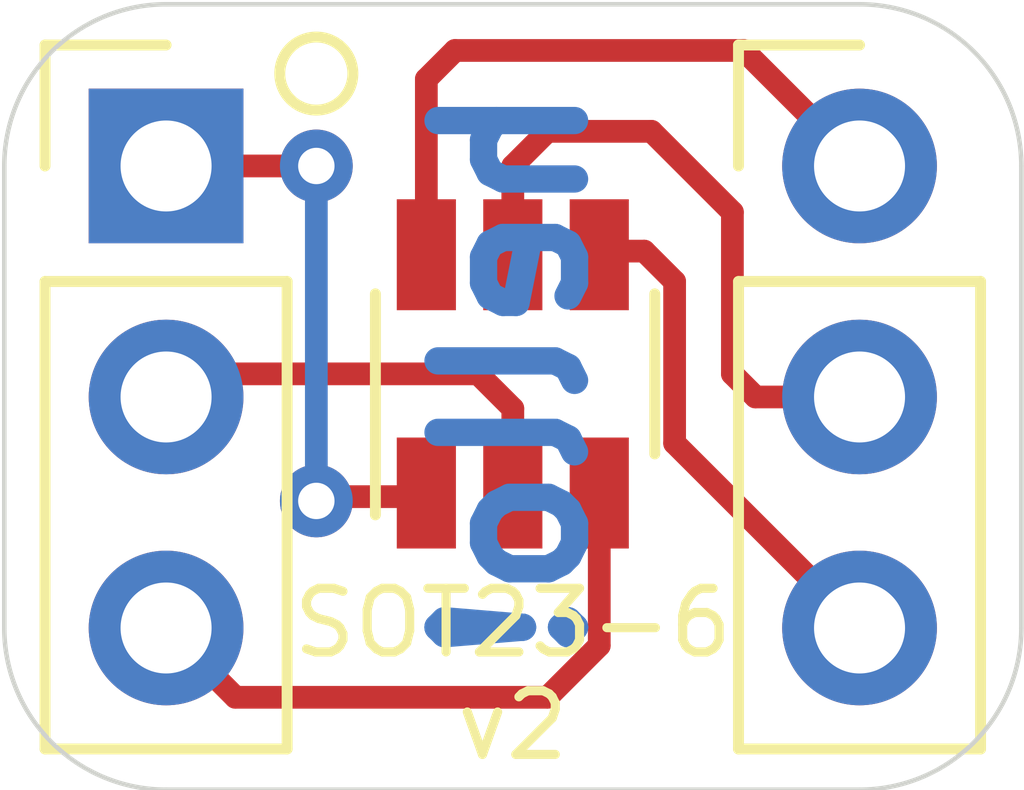
<source format=kicad_pcb>
(kicad_pcb (version 20171130) (host pcbnew 5.1.8)

  (general
    (thickness 1.6)
    (drawings 11)
    (tracks 29)
    (zones 0)
    (modules 3)
    (nets 1)
  )

  (page A4)
  (layers
    (0 F.Cu signal)
    (31 B.Cu signal)
    (32 B.Adhes user)
    (33 F.Adhes user)
    (34 B.Paste user)
    (35 F.Paste user)
    (36 B.SilkS user)
    (37 F.SilkS user)
    (38 B.Mask user)
    (39 F.Mask user)
    (40 Dwgs.User user)
    (41 Cmts.User user)
    (42 Eco1.User user)
    (43 Eco2.User user)
    (44 Edge.Cuts user)
    (45 Margin user)
    (46 B.CrtYd user)
    (47 F.CrtYd user)
    (48 B.Fab user)
    (49 F.Fab user hide)
  )

  (setup
    (last_trace_width 0.25)
    (trace_clearance 0.2)
    (zone_clearance 0.508)
    (zone_45_only no)
    (trace_min 0.2)
    (via_size 0.8)
    (via_drill 0.4)
    (via_min_size 0.4)
    (via_min_drill 0.3)
    (uvia_size 0.3)
    (uvia_drill 0.1)
    (uvias_allowed no)
    (uvia_min_size 0.2)
    (uvia_min_drill 0.1)
    (edge_width 0.05)
    (segment_width 0.2)
    (pcb_text_width 0.3)
    (pcb_text_size 1.5 1.5)
    (mod_edge_width 0.12)
    (mod_text_size 1 1)
    (mod_text_width 0.15)
    (pad_size 1.7 1.7)
    (pad_drill 1)
    (pad_to_mask_clearance 0.05)
    (aux_axis_origin 0 0)
    (visible_elements FFFFFF7F)
    (pcbplotparams
      (layerselection 0x010fc_ffffffff)
      (usegerberextensions false)
      (usegerberattributes true)
      (usegerberadvancedattributes true)
      (creategerberjobfile true)
      (excludeedgelayer true)
      (linewidth 0.150000)
      (plotframeref false)
      (viasonmask false)
      (mode 1)
      (useauxorigin false)
      (hpglpennumber 1)
      (hpglpenspeed 20)
      (hpglpendiameter 15.000000)
      (psnegative false)
      (psa4output false)
      (plotreference true)
      (plotvalue true)
      (plotinvisibletext false)
      (padsonsilk false)
      (subtractmaskfromsilk false)
      (outputformat 1)
      (mirror false)
      (drillshape 1)
      (scaleselection 1)
      (outputdirectory ""))
  )

  (net 0 "")

  (net_class Default "This is the default net class."
    (clearance 0.2)
    (trace_width 0.25)
    (via_dia 0.8)
    (via_drill 0.4)
    (uvia_dia 0.3)
    (uvia_drill 0.1)
  )

  (module Package_TO_SOT_SMD:TSOT-23-6 (layer F.Cu) (tedit 5A02FF57) (tstamp 5FF68A7F)
    (at 183.134 85.09 90)
    (descr "6-pin TSOT23 package, http://cds.linear.com/docs/en/packaging/SOT_6_05-08-1636.pdf")
    (tags "TSOT-23-6 MK06A TSOT-6")
    (attr smd)
    (fp_text reference REF** (at 0 -2.45 90) (layer F.SilkS) hide
      (effects (font (size 1 1) (thickness 0.15)))
    )
    (fp_text value TSOT-23-6 (at 0 2.5 90) (layer F.Fab)
      (effects (font (size 1 1) (thickness 0.15)))
    )
    (fp_text user %R (at 0 0) (layer F.Fab)
      (effects (font (size 0.5 0.5) (thickness 0.075)))
    )
    (fp_line (start -0.88 1.56) (end 0.88 1.56) (layer F.SilkS) (width 0.12))
    (fp_line (start 0.88 -1.51) (end -1.55 -1.51) (layer F.SilkS) (width 0.12))
    (fp_line (start -0.88 -1) (end -0.43 -1.45) (layer F.Fab) (width 0.1))
    (fp_line (start 0.88 -1.45) (end -0.43 -1.45) (layer F.Fab) (width 0.1))
    (fp_line (start -0.88 -1) (end -0.88 1.45) (layer F.Fab) (width 0.1))
    (fp_line (start 0.88 1.45) (end -0.88 1.45) (layer F.Fab) (width 0.1))
    (fp_line (start 0.88 -1.45) (end 0.88 1.45) (layer F.Fab) (width 0.1))
    (fp_line (start -2.17 -1.7) (end 2.17 -1.7) (layer F.CrtYd) (width 0.05))
    (fp_line (start -2.17 -1.7) (end -2.17 1.7) (layer F.CrtYd) (width 0.05))
    (fp_line (start 2.17 1.7) (end 2.17 -1.7) (layer F.CrtYd) (width 0.05))
    (fp_line (start 2.17 1.7) (end -2.17 1.7) (layer F.CrtYd) (width 0.05))
    (pad 6 smd rect (at 1.31 -0.95 90) (size 1.22 0.65) (layers F.Cu F.Paste F.Mask))
    (pad 5 smd rect (at 1.31 0 90) (size 1.22 0.65) (layers F.Cu F.Paste F.Mask))
    (pad 4 smd rect (at 1.31 0.95 90) (size 1.22 0.65) (layers F.Cu F.Paste F.Mask))
    (pad 3 smd rect (at -1.31 0.95 90) (size 1.22 0.65) (layers F.Cu F.Paste F.Mask))
    (pad 2 smd rect (at -1.31 0 90) (size 1.22 0.65) (layers F.Cu F.Paste F.Mask))
    (pad 1 smd rect (at -1.31 -0.95 90) (size 1.22 0.65) (layers F.Cu F.Paste F.Mask))
    (model ${KISYS3DMOD}/Package_TO_SOT_SMD.3dshapes/TSOT-23-6.wrl
      (at (xyz 0 0 0))
      (scale (xyz 1 1 1))
      (rotate (xyz 0 0 0))
    )
  )

  (module Connector_PinHeader_2.54mm:PinHeader_1x03_P2.54mm_Vertical (layer F.Cu) (tedit 59FED5CC) (tstamp 5FA1C40A)
    (at 179.324 82.804)
    (descr "Through hole straight pin header, 1x03, 2.54mm pitch, single row")
    (tags "Through hole pin header THT 1x03 2.54mm single row")
    (fp_text reference REF** (at 0 -2.33) (layer F.SilkS) hide
      (effects (font (size 1 1) (thickness 0.15)))
    )
    (fp_text value PinHeader_1x03_P2.54mm_Vertical (at 0 7.41) (layer F.Fab)
      (effects (font (size 1 1) (thickness 0.15)))
    )
    (fp_line (start 1.8 -1.8) (end -1.8 -1.8) (layer F.CrtYd) (width 0.05))
    (fp_line (start 1.8 6.85) (end 1.8 -1.8) (layer F.CrtYd) (width 0.05))
    (fp_line (start -1.8 6.85) (end 1.8 6.85) (layer F.CrtYd) (width 0.05))
    (fp_line (start -1.8 -1.8) (end -1.8 6.85) (layer F.CrtYd) (width 0.05))
    (fp_line (start -1.33 -1.33) (end 0 -1.33) (layer F.SilkS) (width 0.12))
    (fp_line (start -1.33 0) (end -1.33 -1.33) (layer F.SilkS) (width 0.12))
    (fp_line (start -1.33 1.27) (end 1.33 1.27) (layer F.SilkS) (width 0.12))
    (fp_line (start 1.33 1.27) (end 1.33 6.41) (layer F.SilkS) (width 0.12))
    (fp_line (start -1.33 1.27) (end -1.33 6.41) (layer F.SilkS) (width 0.12))
    (fp_line (start -1.33 6.41) (end 1.33 6.41) (layer F.SilkS) (width 0.12))
    (fp_line (start -1.27 -0.635) (end -0.635 -1.27) (layer F.Fab) (width 0.1))
    (fp_line (start -1.27 6.35) (end -1.27 -0.635) (layer F.Fab) (width 0.1))
    (fp_line (start 1.27 6.35) (end -1.27 6.35) (layer F.Fab) (width 0.1))
    (fp_line (start 1.27 -1.27) (end 1.27 6.35) (layer F.Fab) (width 0.1))
    (fp_line (start -0.635 -1.27) (end 1.27 -1.27) (layer F.Fab) (width 0.1))
    (fp_text user %R (at 0 2.54 90) (layer F.Fab)
      (effects (font (size 1 1) (thickness 0.15)))
    )
    (pad 3 thru_hole oval (at 0 5.08) (size 1.7 1.7) (drill 1) (layers *.Cu *.Mask))
    (pad 2 thru_hole oval (at 0 2.54) (size 1.7 1.7) (drill 1) (layers *.Cu *.Mask))
    (pad 1 thru_hole rect (at 0 0) (size 1.7 1.7) (drill 1) (layers *.Cu *.Mask))
    (model ${KISYS3DMOD}/Connector_PinHeader_2.54mm.3dshapes/PinHeader_1x03_P2.54mm_Vertical.wrl
      (at (xyz 0 0 0))
      (scale (xyz 1 1 1))
      (rotate (xyz 0 0 0))
    )
  )

  (module Connector_PinHeader_2.54mm:PinHeader_1x03_P2.54mm_Vertical (layer F.Cu) (tedit 5FA14FFA) (tstamp 5FA1C3C7)
    (at 186.944 82.804)
    (descr "Through hole straight pin header, 1x03, 2.54mm pitch, single row")
    (tags "Through hole pin header THT 1x03 2.54mm single row")
    (fp_text reference REF** (at 0 -2.33) (layer F.SilkS) hide
      (effects (font (size 1 1) (thickness 0.15)))
    )
    (fp_text value PinHeader_1x03_P2.54mm_Vertical (at 0 7.41) (layer F.Fab)
      (effects (font (size 1 1) (thickness 0.15)))
    )
    (fp_line (start 1.8 -1.8) (end -1.8 -1.8) (layer F.CrtYd) (width 0.05))
    (fp_line (start 1.8 6.85) (end 1.8 -1.8) (layer F.CrtYd) (width 0.05))
    (fp_line (start -1.8 6.85) (end 1.8 6.85) (layer F.CrtYd) (width 0.05))
    (fp_line (start -1.8 -1.8) (end -1.8 6.85) (layer F.CrtYd) (width 0.05))
    (fp_line (start -1.33 -1.33) (end 0 -1.33) (layer F.SilkS) (width 0.12))
    (fp_line (start -1.33 0) (end -1.33 -1.33) (layer F.SilkS) (width 0.12))
    (fp_line (start -1.33 1.27) (end 1.33 1.27) (layer F.SilkS) (width 0.12))
    (fp_line (start 1.33 1.27) (end 1.33 6.41) (layer F.SilkS) (width 0.12))
    (fp_line (start -1.33 1.27) (end -1.33 6.41) (layer F.SilkS) (width 0.12))
    (fp_line (start -1.33 6.41) (end 1.33 6.41) (layer F.SilkS) (width 0.12))
    (fp_line (start -1.27 -0.635) (end -0.635 -1.27) (layer F.Fab) (width 0.1))
    (fp_line (start -1.27 6.35) (end -1.27 -0.635) (layer F.Fab) (width 0.1))
    (fp_line (start 1.27 6.35) (end -1.27 6.35) (layer F.Fab) (width 0.1))
    (fp_line (start 1.27 -1.27) (end 1.27 6.35) (layer F.Fab) (width 0.1))
    (fp_line (start -0.635 -1.27) (end 1.27 -1.27) (layer F.Fab) (width 0.1))
    (fp_text user %R (at 0 2.54 90) (layer F.Fab)
      (effects (font (size 1 1) (thickness 0.15)))
    )
    (pad 4 thru_hole oval (at 0 5.08) (size 1.7 1.7) (drill 1) (layers *.Cu *.Mask))
    (pad 5 thru_hole oval (at 0 2.54) (size 1.7 1.7) (drill 1) (layers *.Cu *.Mask))
    (pad 6 thru_hole circle (at 0 0) (size 1.7 1.7) (drill 1) (layers *.Cu *.Mask))
    (model ${KISYS3DMOD}/Connector_PinHeader_2.54mm.3dshapes/PinHeader_1x03_P2.54mm_Vertical.wrl
      (at (xyz 0 0 0))
      (scale (xyz 1 1 1))
      (rotate (xyz 0 0 0))
    )
  )

  (gr_text hello! (at 183.134 85.09 90) (layer B.Cu)
    (effects (font (size 1.5 1.5) (thickness 0.3)) (justify mirror))
  )
  (gr_text "SOT23-6\nv2" (at 183.134 88.392) (layer F.SilkS)
    (effects (font (size 0.7 0.7) (thickness 0.1)))
  )
  (gr_line (start 179.324 89.662) (end 186.944 89.662) (layer Edge.Cuts) (width 0.05) (tstamp 5FA1C56D))
  (gr_line (start 177.546 82.804) (end 177.546 87.884) (layer Edge.Cuts) (width 0.05) (tstamp 5FA1C56C))
  (gr_line (start 186.944 81.026) (end 179.324 81.026) (layer Edge.Cuts) (width 0.05) (tstamp 5FA1C56B))
  (gr_line (start 188.722 87.884) (end 188.722 82.804) (layer Edge.Cuts) (width 0.05) (tstamp 5FA1C56A))
  (gr_arc (start 186.944 87.884) (end 186.944 89.662) (angle -90) (layer Edge.Cuts) (width 0.05) (tstamp 5FA1C567))
  (gr_arc (start 179.324 87.884) (end 177.546 87.884) (angle -90) (layer Edge.Cuts) (width 0.05) (tstamp 5FA1C560))
  (gr_arc (start 179.324 82.804) (end 179.324 81.026) (angle -90) (layer Edge.Cuts) (width 0.05) (tstamp 5FA1C55D))
  (gr_arc (start 186.944 82.804) (end 188.722 82.804) (angle -90) (layer Edge.Cuts) (width 0.05))
  (gr_circle (center 180.975 81.788) (end 181.356 81.661) (layer F.SilkS) (width 0.12))

  (segment (start 183.134 86.44) (end 183.134 85.471) (width 0.25) (layer F.Cu) (net 0))
  (segment (start 183.134 85.471) (end 182.753 85.09) (width 0.25) (layer F.Cu) (net 0))
  (segment (start 179.578 85.09) (end 179.324 85.344) (width 0.25) (layer F.Cu) (net 0))
  (segment (start 182.753 85.09) (end 179.578 85.09) (width 0.25) (layer F.Cu) (net 0))
  (segment (start 184.084 86.44) (end 184.084 88.077) (width 0.25) (layer F.Cu) (net 0))
  (segment (start 184.084 88.077) (end 183.515 88.646) (width 0.25) (layer F.Cu) (net 0))
  (segment (start 180.086 88.646) (end 179.324 87.884) (width 0.25) (layer F.Cu) (net 0))
  (segment (start 183.515 88.646) (end 180.086 88.646) (width 0.25) (layer F.Cu) (net 0))
  (via (at 180.975 86.487) (size 0.8) (drill 0.4) (layers F.Cu B.Cu) (net 0))
  (via (at 180.975 82.804) (size 0.8) (drill 0.4) (layers F.Cu B.Cu) (net 0))
  (segment (start 181.022 86.44) (end 180.975 86.487) (width 0.25) (layer F.Cu) (net 0))
  (segment (start 182.184 86.44) (end 181.022 86.44) (width 0.25) (layer F.Cu) (net 0))
  (segment (start 180.975 82.804) (end 179.324 82.804) (width 0.25) (layer F.Cu) (net 0))
  (segment (start 180.975 86.487) (end 180.975 82.804) (width 0.25) (layer B.Cu) (net 0))
  (segment (start 184.084 83.74) (end 184.578 83.74) (width 0.25) (layer F.Cu) (net 0))
  (segment (start 184.578 83.74) (end 184.912 84.074) (width 0.25) (layer F.Cu) (net 0))
  (segment (start 184.912 85.852) (end 186.944 87.884) (width 0.25) (layer F.Cu) (net 0))
  (segment (start 184.912 84.074) (end 184.912 85.852) (width 0.25) (layer F.Cu) (net 0))
  (segment (start 182.184 83.78) (end 182.184 81.849) (width 0.25) (layer F.Cu) (net 0))
  (segment (start 182.184 81.849) (end 182.499 81.534) (width 0.25) (layer F.Cu) (net 0))
  (segment (start 185.674 81.534) (end 186.944 82.804) (width 0.25) (layer F.Cu) (net 0))
  (segment (start 182.499 81.534) (end 185.674 81.534) (width 0.25) (layer F.Cu) (net 0))
  (segment (start 183.134 83.78) (end 183.134 82.804) (width 0.25) (layer F.Cu) (net 0))
  (segment (start 183.134 82.804) (end 183.515 82.423) (width 0.25) (layer F.Cu) (net 0))
  (segment (start 183.515 82.423) (end 184.658 82.423) (width 0.25) (layer F.Cu) (net 0))
  (segment (start 184.658 82.423) (end 185.547 83.312) (width 0.25) (layer F.Cu) (net 0))
  (segment (start 185.547 83.312) (end 185.547 85.09) (width 0.25) (layer F.Cu) (net 0))
  (segment (start 185.801 85.344) (end 186.944 85.344) (width 0.25) (layer F.Cu) (net 0))
  (segment (start 185.547 85.09) (end 185.801 85.344) (width 0.25) (layer F.Cu) (net 0))

)

</source>
